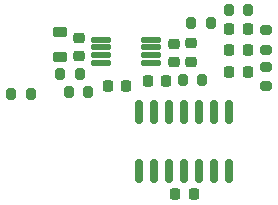
<source format=gbr>
%TF.GenerationSoftware,KiCad,Pcbnew,8.0.8*%
%TF.CreationDate,2025-02-16T13:19:37-05:00*%
%TF.ProjectId,SI-P Pressure Transducer,53492d50-2050-4726-9573-737572652054,rev?*%
%TF.SameCoordinates,Original*%
%TF.FileFunction,Paste,Top*%
%TF.FilePolarity,Positive*%
%FSLAX46Y46*%
G04 Gerber Fmt 4.6, Leading zero omitted, Abs format (unit mm)*
G04 Created by KiCad (PCBNEW 8.0.8) date 2025-02-16 13:19:37*
%MOMM*%
%LPD*%
G01*
G04 APERTURE LIST*
G04 Aperture macros list*
%AMRoundRect*
0 Rectangle with rounded corners*
0 $1 Rounding radius*
0 $2 $3 $4 $5 $6 $7 $8 $9 X,Y pos of 4 corners*
0 Add a 4 corners polygon primitive as box body*
4,1,4,$2,$3,$4,$5,$6,$7,$8,$9,$2,$3,0*
0 Add four circle primitives for the rounded corners*
1,1,$1+$1,$2,$3*
1,1,$1+$1,$4,$5*
1,1,$1+$1,$6,$7*
1,1,$1+$1,$8,$9*
0 Add four rect primitives between the rounded corners*
20,1,$1+$1,$2,$3,$4,$5,0*
20,1,$1+$1,$4,$5,$6,$7,0*
20,1,$1+$1,$6,$7,$8,$9,0*
20,1,$1+$1,$8,$9,$2,$3,0*%
G04 Aperture macros list end*
%ADD10RoundRect,0.225000X-0.250000X0.225000X-0.250000X-0.225000X0.250000X-0.225000X0.250000X0.225000X0*%
%ADD11RoundRect,0.200000X0.200000X0.275000X-0.200000X0.275000X-0.200000X-0.275000X0.200000X-0.275000X0*%
%ADD12RoundRect,0.218750X-0.218750X-0.256250X0.218750X-0.256250X0.218750X0.256250X-0.218750X0.256250X0*%
%ADD13RoundRect,0.125000X-0.687500X-0.125000X0.687500X-0.125000X0.687500X0.125000X-0.687500X0.125000X0*%
%ADD14RoundRect,0.225000X0.225000X0.250000X-0.225000X0.250000X-0.225000X-0.250000X0.225000X-0.250000X0*%
%ADD15RoundRect,0.225000X-0.225000X-0.250000X0.225000X-0.250000X0.225000X0.250000X-0.225000X0.250000X0*%
%ADD16RoundRect,0.200000X0.275000X-0.200000X0.275000X0.200000X-0.275000X0.200000X-0.275000X-0.200000X0*%
%ADD17RoundRect,0.200000X-0.200000X-0.275000X0.200000X-0.275000X0.200000X0.275000X-0.200000X0.275000X0*%
%ADD18RoundRect,0.218750X0.381250X-0.218750X0.381250X0.218750X-0.381250X0.218750X-0.381250X-0.218750X0*%
%ADD19RoundRect,0.225000X0.250000X-0.225000X0.250000X0.225000X-0.250000X0.225000X-0.250000X-0.225000X0*%
%ADD20RoundRect,0.200000X-0.275000X0.200000X-0.275000X-0.200000X0.275000X-0.200000X0.275000X0.200000X0*%
%ADD21RoundRect,0.150000X0.150000X-0.825000X0.150000X0.825000X-0.150000X0.825000X-0.150000X-0.825000X0*%
G04 APERTURE END LIST*
D10*
%TO.C,C3*%
X198300000Y-63225000D03*
X198300000Y-64775000D03*
%TD*%
D11*
%TO.C,R2*%
X191050000Y-67293112D03*
X189400000Y-67293112D03*
%TD*%
D12*
%TO.C,D4*%
X203012500Y-62000000D03*
X204587500Y-62000000D03*
%TD*%
D11*
%TO.C,R3*%
X200725000Y-66300000D03*
X199075000Y-66300000D03*
%TD*%
D13*
%TO.C,U2*%
X192175000Y-62900000D03*
X192175000Y-63550000D03*
X192175000Y-64200000D03*
X192175000Y-64850000D03*
X196400000Y-64850000D03*
X196400000Y-64200000D03*
X196400000Y-63550000D03*
X196400000Y-62900000D03*
%TD*%
D14*
%TO.C,C4*%
X197675000Y-66400000D03*
X196125000Y-66400000D03*
%TD*%
D10*
%TO.C,C5*%
X199800000Y-63200000D03*
X199800000Y-64750000D03*
%TD*%
D12*
%TO.C,D1*%
X192712500Y-66800000D03*
X194287500Y-66800000D03*
%TD*%
D15*
%TO.C,C1*%
X198425000Y-76000000D03*
X199975000Y-76000000D03*
%TD*%
D16*
%TO.C,R6*%
X206100000Y-66825000D03*
X206100000Y-65175000D03*
%TD*%
D17*
%TO.C,R8*%
X202975000Y-60400000D03*
X204625000Y-60400000D03*
%TD*%
D11*
%TO.C,R1*%
X190325000Y-65800000D03*
X188675000Y-65800000D03*
%TD*%
D18*
%TO.C,L1*%
X188700000Y-64362500D03*
X188700000Y-62237500D03*
%TD*%
D19*
%TO.C,C2*%
X190300000Y-64275000D03*
X190300000Y-62725000D03*
%TD*%
D20*
%TO.C,R7*%
X206100000Y-62075000D03*
X206100000Y-63725000D03*
%TD*%
D17*
%TO.C,R4*%
X199775000Y-61500000D03*
X201425000Y-61500000D03*
%TD*%
D11*
%TO.C,R5*%
X186200000Y-67500000D03*
X184550000Y-67500000D03*
%TD*%
D12*
%TO.C,D3*%
X203000000Y-63800000D03*
X204575000Y-63800000D03*
%TD*%
%TO.C,D2*%
X203012500Y-65600000D03*
X204587500Y-65600000D03*
%TD*%
D21*
%TO.C,U1*%
X195390000Y-73975000D03*
X196660000Y-73975000D03*
X197930000Y-73975000D03*
X199200000Y-73975000D03*
X200470000Y-73975000D03*
X201740000Y-73975000D03*
X203010000Y-73975000D03*
X203010000Y-69025000D03*
X201740000Y-69025000D03*
X200470000Y-69025000D03*
X199200000Y-69025000D03*
X197930000Y-69025000D03*
X196660000Y-69025000D03*
X195390000Y-69025000D03*
%TD*%
M02*

</source>
